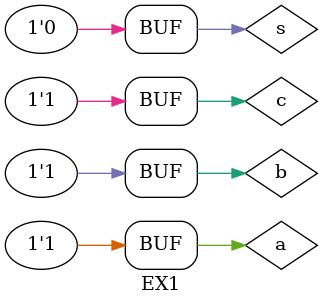
<source format=v>



//--EXERCICIOS
//--01.) Construir a tabela-verdade para a porta NAND com 3 entradas.

module EX1;
	
	reg a, b, c, s;

	initial begin	
	
	a = 0; b = 0; c = 0; s = 0;
	s = ( ~ ( a && b && c));
	$display ( "PUC Minas - ARQ1 - Jose Fonseca - 405808 - 10/02/11" );
	$display ( "" );
	
	$display ( "Exercicio 01 - exiba a tabela-verdade de uma porta NAND de 3 Entradas" ); //-- Versão 1.0 - teste OK
	$monitor (" %b ~^ %b ~^ %b = %b", a, b, c, s);
	#1 a = 0; b = 0; c = 1; s = ( ~ ( (a && b) && c));
	#1 a = 0; b = 1; c = 0; s = ( ~ ( (a && b) && c));
	#1 a = 0; b = 1; c = 1; s = ( ~ ( (a && b) && c));
	#1 a = 1; b = 0; c = 0; s = ( ~ ( (a && b) && c));
	#1 a = 1; b = 0; c = 1; s = ( ~ ( (a && b) && c));
	#1 a = 1; b = 1; c = 0; s = ( ~ ( (a && b) && c));
	#1 a = 1; b = 1; c = 1; s = ( ~ ( (a && b) && c));
	#1 $display ( "" );
	$display ( "FIM DA TABELA -----------------------------------" );
	#1 $display ( "" );
	
	$display ( "Exercicio 02 - exibir a tabela_verdade para a porta NOR  com 3 entradas" ); //-- Versão 1.0 - teste OK
	a = 0; b = 0; c = 0; s = 1;	
	$monitor (" %b ~| %b ~| %b = %b", a, b, c, s);
	#1 a = 0; b = 0; c = 1; s = ( ~ ( (a || b) || c));
	#1 a = 0; b = 1; c = 0; s = ( ~ ( (a || b) || c));
	#1 a = 0; b = 1; c = 1; s = ( ~ ( (a || b) || c));
	#1 a = 1; b = 0; c = 0; s = ( ~ ( (a || b) || c));
	#1 a = 1; b = 0; c = 1; s = ( ~ ( (a || b) || c));
	#1 a = 1; b = 1; c = 0; s = ( ~ ( (a || b) || c));
	#1 a = 1; b = 1; c = 1; s = ( ~ ( (a || b) || c));
	#1 $display ( "" );
	$display ( "FIM DA TABELA -----------------------------------" );
	#1 $display ( "" );
	
	$display ( "Exercicio 03 - exibir a tabela_verdade para a porta XNOR  com 3 entradas" ); //-- Versão 1.0 - teste ulTImo valor da tabela em fail
	a = 0; b = 0; c = 0; s = 1;	
	$monitor (" %b ~^ %b ~^ %b = %b", a, b, c, s);
	#1 a = 0; b = 0; c = 1; s = ( ~ ( a ^^ b ^^ c));
	#1 a = 0; b = 1; c = 0; s = ( ~ ( a ^^ b ^^ c));
	#1 a = 0; b = 1; c = 1; s = ( ~ ( a ^^ b ^^ c));
	#1 a = 1; b = 0; c = 0; s = ( ~ ( a ^^ b ^^ c));
	#1 a = 1; b = 0; c = 1; s = ( ~ ( a ^^ b ^^ c));
	#1 a = 1; b = 1; c = 0; s = ( ~ ( a ^^ b ^^ c));
	#1 a = 1; b = 1; c = 1; s = ( ~ ( a ^^ b ^^ c));
	#1 $display ( "" );
	$display ( "FIM DA TABELA -----------------------------------" );
	#1 $display ( "" );
	
	//----------------------------EXERCICIOS EXTRAS
	
	$display ( "Exercicio 04 - exibir a tabela_verdade para a porta XOR  com 2 entradas" ); //-- Versão 1.0 teste ok
	a = 0; b = 0; s = 0;	
	$monitor (" %b x^ %b = %b", a, b, s);
	#1 a = 0; b = 1; s = (  (( a ^^ b )));
	#1 a = 1; b = 0; s = (  (( a ^^ b )));
	#1 a = 1; b = 1; s = (  (( a ^^ b )));
	#1 $display ( "" );
	$display ( "FIM DA TABELA -----------------------------------" );
	#1 $display ( "" );

	$display ( "Exercicio 05 - exibir a tabela_verdade para a porta XOR  com 2 entradas - tipo2" ); //-- Versão 1.0 teste ok
	a = 0; b = 0; s = 0;	
	$monitor (" %b x^ %b = %b", a, b, s);
	#1 a = 0; b = 1; s = ( (~a&b | a&~b) );
	#1 a = 1; b = 0; s = ( (~a&b | a&~b) );
	#1 a = 1; b = 1; s = ( (~a&b | a&~b) );
	#1 $display ( "" );
	$display ( "FIM DA TABELA -----------------------------------" );
	#1 $display ( "" );
	
	end
	
endmodule

// OBS.: É PARA DEFINIR O MODULO E FAZER TESTES DO MESMO
//       TENTE DE NOVO.

	
</source>
